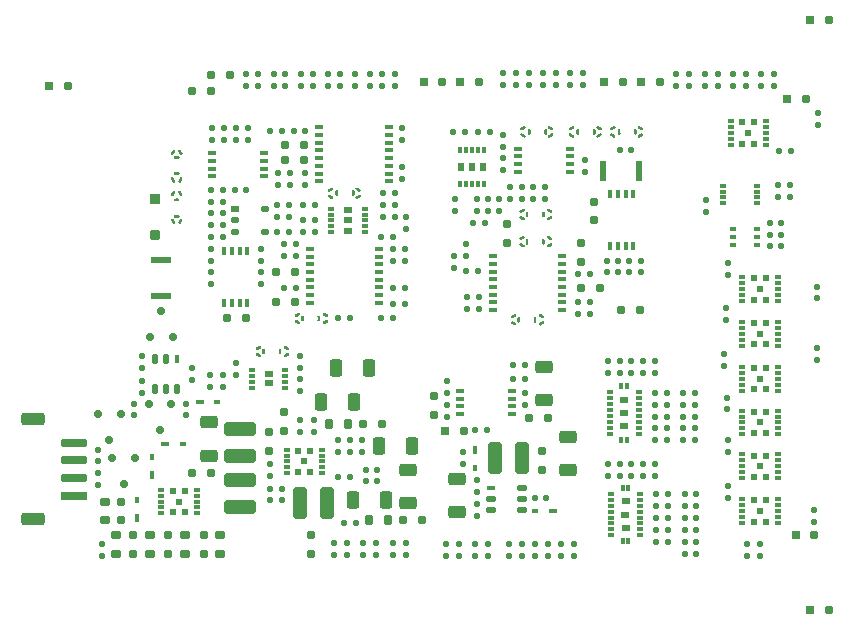
<source format=gbr>
%TF.GenerationSoftware,Altium Limited,Altium Designer,21.1.0 (24)*%
G04 Layer_Color=8421504*
%FSLAX45Y45*%
%MOMM*%
%TF.SameCoordinates,396C0E3A-29EE-4C6C-8395-06145A698007*%
%TF.FilePolarity,Positive*%
%TF.FileFunction,Paste,Top*%
%TF.Part,Single*%
G01*
G75*
%TA.AperFunction,SMDPad,CuDef*%
G04:AMPARAMS|DCode=52|XSize=0.6mm|YSize=0.7mm|CornerRadius=0.15mm|HoleSize=0mm|Usage=FLASHONLY|Rotation=0.000|XOffset=0mm|YOffset=0mm|HoleType=Round|Shape=RoundedRectangle|*
%AMROUNDEDRECTD52*
21,1,0.60000,0.40000,0,0,0.0*
21,1,0.30000,0.70000,0,0,0.0*
1,1,0.30000,0.15000,-0.20000*
1,1,0.30000,-0.15000,-0.20000*
1,1,0.30000,-0.15000,0.20000*
1,1,0.30000,0.15000,0.20000*
%
%ADD52ROUNDEDRECTD52*%
G04:AMPARAMS|DCode=53|XSize=0.5mm|YSize=0.5mm|CornerRadius=0.125mm|HoleSize=0mm|Usage=FLASHONLY|Rotation=90.000|XOffset=0mm|YOffset=0mm|HoleType=Round|Shape=RoundedRectangle|*
%AMROUNDEDRECTD53*
21,1,0.50000,0.25000,0,0,90.0*
21,1,0.25000,0.50000,0,0,90.0*
1,1,0.25000,0.12500,0.12500*
1,1,0.25000,0.12500,-0.12500*
1,1,0.25000,-0.12500,-0.12500*
1,1,0.25000,-0.12500,0.12500*
%
%ADD53ROUNDEDRECTD53*%
G04:AMPARAMS|DCode=54|XSize=0.5mm|YSize=0.5mm|CornerRadius=0.125mm|HoleSize=0mm|Usage=FLASHONLY|Rotation=180.000|XOffset=0mm|YOffset=0mm|HoleType=Round|Shape=RoundedRectangle|*
%AMROUNDEDRECTD54*
21,1,0.50000,0.25000,0,0,180.0*
21,1,0.25000,0.50000,0,0,180.0*
1,1,0.25000,-0.12500,0.12500*
1,1,0.25000,0.12500,0.12500*
1,1,0.25000,0.12500,-0.12500*
1,1,0.25000,-0.12500,-0.12500*
%
%ADD54ROUNDEDRECTD54*%
%ADD57R,2.20000X0.70000*%
G04:AMPARAMS|DCode=58|XSize=2.2mm|YSize=0.7mm|CornerRadius=0.175mm|HoleSize=0mm|Usage=FLASHONLY|Rotation=180.000|XOffset=0mm|YOffset=0mm|HoleType=Round|Shape=RoundedRectangle|*
%AMROUNDEDRECTD58*
21,1,2.20000,0.35000,0,0,180.0*
21,1,1.85000,0.70000,0,0,180.0*
1,1,0.35000,-0.92500,0.17500*
1,1,0.35000,0.92500,0.17500*
1,1,0.35000,0.92500,-0.17500*
1,1,0.35000,-0.92500,-0.17500*
%
%ADD58ROUNDEDRECTD58*%
G04:AMPARAMS|DCode=59|XSize=2mm|YSize=1.1mm|CornerRadius=0.275mm|HoleSize=0mm|Usage=FLASHONLY|Rotation=180.000|XOffset=0mm|YOffset=0mm|HoleType=Round|Shape=RoundedRectangle|*
%AMROUNDEDRECTD59*
21,1,2.00000,0.55000,0,0,180.0*
21,1,1.45000,1.10000,0,0,180.0*
1,1,0.55000,-0.72500,0.27500*
1,1,0.55000,0.72500,0.27500*
1,1,0.55000,0.72500,-0.27500*
1,1,0.55000,-0.72500,-0.27500*
%
%ADD59ROUNDEDRECTD59*%
%ADD63R,0.70000X0.50000*%
%TA.AperFunction,NonConductor*%
%ADD98C,0.25000*%
%ADD128R,1.70000X0.55000*%
%ADD129R,0.55000X1.70000*%
%ADD130R,0.65000X0.40000*%
%ADD131R,0.50000X0.30000*%
%ADD132R,0.80000X0.60000*%
%ADD133R,0.70000X0.60000*%
%ADD134R,0.70000X0.60000*%
%ADD135R,0.55000X0.30000*%
%ADD136R,0.55000X0.30000*%
%ADD137R,0.40000X0.65000*%
%ADD138R,0.60000X0.60000*%
%ADD139R,0.55000X0.30000*%
%ADD140R,0.50000X0.40000*%
%ADD141R,0.30000X0.50000*%
%ADD142R,0.60000X0.70000*%
%ADD143R,0.60000X0.70000*%
%ADD144R,0.30000X0.55000*%
%TA.AperFunction,SMDPad,CuDef*%
G04:AMPARAMS|DCode=145|XSize=0.45mm|YSize=0.8mm|CornerRadius=0.0875mm|HoleSize=0mm|Usage=FLASHONLY|Rotation=90.000|XOffset=0mm|YOffset=0mm|HoleType=Round|Shape=RoundedRectangle|*
%AMROUNDEDRECTD145*
21,1,0.45000,0.62500,0,0,90.0*
21,1,0.27500,0.80000,0,0,90.0*
1,1,0.17500,0.31250,0.13750*
1,1,0.17500,0.31250,-0.13750*
1,1,0.17500,-0.31250,-0.13750*
1,1,0.17500,-0.31250,0.13750*
%
%ADD145ROUNDEDRECTD145*%
%ADD146R,0.80000X0.45000*%
G04:AMPARAMS|DCode=147|XSize=0.45mm|YSize=0.8mm|CornerRadius=0.0875mm|HoleSize=0mm|Usage=FLASHONLY|Rotation=0.000|XOffset=0mm|YOffset=0mm|HoleType=Round|Shape=RoundedRectangle|*
%AMROUNDEDRECTD147*
21,1,0.45000,0.62500,0,0,0.0*
21,1,0.27500,0.80000,0,0,0.0*
1,1,0.17500,0.13750,-0.31250*
1,1,0.17500,-0.13750,-0.31250*
1,1,0.17500,-0.13750,0.31250*
1,1,0.17500,0.13750,0.31250*
%
%ADD147ROUNDEDRECTD147*%
%ADD148R,0.45000X0.80000*%
G04:AMPARAMS|DCode=149|XSize=0.5mm|YSize=0.7mm|CornerRadius=0.1mm|HoleSize=0mm|Usage=FLASHONLY|Rotation=90.000|XOffset=0mm|YOffset=0mm|HoleType=Round|Shape=RoundedRectangle|*
%AMROUNDEDRECTD149*
21,1,0.50000,0.50000,0,0,90.0*
21,1,0.30000,0.70000,0,0,90.0*
1,1,0.20000,0.25000,0.15000*
1,1,0.20000,0.25000,-0.15000*
1,1,0.20000,-0.25000,-0.15000*
1,1,0.20000,-0.25000,0.15000*
%
%ADD149ROUNDEDRECTD149*%
G04:AMPARAMS|DCode=150|XSize=0.7mm|YSize=0.6mm|CornerRadius=0.1mm|HoleSize=0mm|Usage=FLASHONLY|Rotation=270.000|XOffset=0mm|YOffset=0mm|HoleType=Round|Shape=RoundedRectangle|*
%AMROUNDEDRECTD150*
21,1,0.70000,0.40000,0,0,270.0*
21,1,0.50000,0.60000,0,0,270.0*
1,1,0.20000,-0.20000,-0.25000*
1,1,0.20000,-0.20000,0.25000*
1,1,0.20000,0.20000,0.25000*
1,1,0.20000,0.20000,-0.25000*
%
%ADD150ROUNDEDRECTD150*%
G04:AMPARAMS|DCode=151|XSize=0.7mm|YSize=0.6mm|CornerRadius=0.1mm|HoleSize=0mm|Usage=FLASHONLY|Rotation=0.000|XOffset=0mm|YOffset=0mm|HoleType=Round|Shape=RoundedRectangle|*
%AMROUNDEDRECTD151*
21,1,0.70000,0.40000,0,0,0.0*
21,1,0.50000,0.60000,0,0,0.0*
1,1,0.20000,0.25000,-0.20000*
1,1,0.20000,-0.25000,-0.20000*
1,1,0.20000,-0.25000,0.20000*
1,1,0.20000,0.25000,0.20000*
%
%ADD151ROUNDEDRECTD151*%
G04:AMPARAMS|DCode=152|XSize=0.8mm|YSize=0.7mm|CornerRadius=0.15mm|HoleSize=0mm|Usage=FLASHONLY|Rotation=90.000|XOffset=0mm|YOffset=0mm|HoleType=Round|Shape=RoundedRectangle|*
%AMROUNDEDRECTD152*
21,1,0.80000,0.40000,0,0,90.0*
21,1,0.50000,0.70000,0,0,90.0*
1,1,0.30000,0.20000,0.25000*
1,1,0.30000,0.20000,-0.25000*
1,1,0.30000,-0.20000,-0.25000*
1,1,0.30000,-0.20000,0.25000*
%
%ADD152ROUNDEDRECTD152*%
G04:AMPARAMS|DCode=153|XSize=2.7mm|YSize=1.2mm|CornerRadius=0.275mm|HoleSize=0mm|Usage=FLASHONLY|Rotation=90.000|XOffset=0mm|YOffset=0mm|HoleType=Round|Shape=RoundedRectangle|*
%AMROUNDEDRECTD153*
21,1,2.70000,0.65000,0,0,90.0*
21,1,2.15000,1.20000,0,0,90.0*
1,1,0.55000,0.32500,1.07500*
1,1,0.55000,0.32500,-1.07500*
1,1,0.55000,-0.32500,-1.07500*
1,1,0.55000,-0.32500,1.07500*
%
%ADD153ROUNDEDRECTD153*%
G04:AMPARAMS|DCode=154|XSize=2.7mm|YSize=1.2mm|CornerRadius=0.275mm|HoleSize=0mm|Usage=FLASHONLY|Rotation=0.000|XOffset=0mm|YOffset=0mm|HoleType=Round|Shape=RoundedRectangle|*
%AMROUNDEDRECTD154*
21,1,2.70000,0.65000,0,0,0.0*
21,1,2.15000,1.20000,0,0,0.0*
1,1,0.55000,1.07500,-0.32500*
1,1,0.55000,-1.07500,-0.32500*
1,1,0.55000,-1.07500,0.32500*
1,1,0.55000,1.07500,0.32500*
%
%ADD154ROUNDEDRECTD154*%
G04:AMPARAMS|DCode=155|XSize=0.8mm|YSize=0.7mm|CornerRadius=0.15mm|HoleSize=0mm|Usage=FLASHONLY|Rotation=180.000|XOffset=0mm|YOffset=0mm|HoleType=Round|Shape=RoundedRectangle|*
%AMROUNDEDRECTD155*
21,1,0.80000,0.40000,0,0,180.0*
21,1,0.50000,0.70000,0,0,180.0*
1,1,0.30000,-0.25000,0.20000*
1,1,0.30000,0.25000,0.20000*
1,1,0.30000,0.25000,-0.20000*
1,1,0.30000,-0.25000,-0.20000*
%
%ADD155ROUNDEDRECTD155*%
G04:AMPARAMS|DCode=156|XSize=0.4mm|YSize=0.6mm|CornerRadius=0.075mm|HoleSize=0mm|Usage=FLASHONLY|Rotation=270.000|XOffset=0mm|YOffset=0mm|HoleType=Round|Shape=RoundedRectangle|*
%AMROUNDEDRECTD156*
21,1,0.40000,0.45000,0,0,270.0*
21,1,0.25000,0.60000,0,0,270.0*
1,1,0.15000,-0.22500,-0.12500*
1,1,0.15000,-0.22500,0.12500*
1,1,0.15000,0.22500,0.12500*
1,1,0.15000,0.22500,-0.12500*
%
%ADD156ROUNDEDRECTD156*%
%ADD157R,0.60000X0.40000*%
G04:AMPARAMS|DCode=158|XSize=0.4mm|YSize=0.6mm|CornerRadius=0.075mm|HoleSize=0mm|Usage=FLASHONLY|Rotation=0.000|XOffset=0mm|YOffset=0mm|HoleType=Round|Shape=RoundedRectangle|*
%AMROUNDEDRECTD158*
21,1,0.40000,0.45000,0,0,0.0*
21,1,0.25000,0.60000,0,0,0.0*
1,1,0.15000,0.12500,-0.22500*
1,1,0.15000,-0.12500,-0.22500*
1,1,0.15000,-0.12500,0.22500*
1,1,0.15000,0.12500,0.22500*
%
%ADD158ROUNDEDRECTD158*%
%ADD159R,0.40000X0.60000*%
%ADD160R,0.70000X0.70000*%
G04:AMPARAMS|DCode=161|XSize=0.7mm|YSize=0.7mm|CornerRadius=0.15mm|HoleSize=0mm|Usage=FLASHONLY|Rotation=90.000|XOffset=0mm|YOffset=0mm|HoleType=Round|Shape=RoundedRectangle|*
%AMROUNDEDRECTD161*
21,1,0.70000,0.40000,0,0,90.0*
21,1,0.40000,0.70000,0,0,90.0*
1,1,0.30000,0.20000,0.20000*
1,1,0.30000,0.20000,-0.20000*
1,1,0.30000,-0.20000,-0.20000*
1,1,0.30000,-0.20000,0.20000*
%
%ADD161ROUNDEDRECTD161*%
%ADD162R,0.90000X0.90000*%
G04:AMPARAMS|DCode=163|XSize=0.9mm|YSize=0.9mm|CornerRadius=0.175mm|HoleSize=0mm|Usage=FLASHONLY|Rotation=0.000|XOffset=0mm|YOffset=0mm|HoleType=Round|Shape=RoundedRectangle|*
%AMROUNDEDRECTD163*
21,1,0.90000,0.55000,0,0,0.0*
21,1,0.55000,0.90000,0,0,0.0*
1,1,0.35000,0.27500,-0.27500*
1,1,0.35000,-0.27500,-0.27500*
1,1,0.35000,-0.27500,0.27500*
1,1,0.35000,0.27500,0.27500*
%
%ADD163ROUNDEDRECTD163*%
G04:AMPARAMS|DCode=164|XSize=1.45mm|YSize=1.05mm|CornerRadius=0.2125mm|HoleSize=0mm|Usage=FLASHONLY|Rotation=0.000|XOffset=0mm|YOffset=0mm|HoleType=Round|Shape=RoundedRectangle|*
%AMROUNDEDRECTD164*
21,1,1.45000,0.62500,0,0,0.0*
21,1,1.02500,1.05000,0,0,0.0*
1,1,0.42500,0.51250,-0.31250*
1,1,0.42500,-0.51250,-0.31250*
1,1,0.42500,-0.51250,0.31250*
1,1,0.42500,0.51250,0.31250*
%
%ADD164ROUNDEDRECTD164*%
G04:AMPARAMS|DCode=165|XSize=0.7mm|YSize=0.7mm|CornerRadius=0.15mm|HoleSize=0mm|Usage=FLASHONLY|Rotation=0.000|XOffset=0mm|YOffset=0mm|HoleType=Round|Shape=RoundedRectangle|*
%AMROUNDEDRECTD165*
21,1,0.70000,0.40000,0,0,0.0*
21,1,0.40000,0.70000,0,0,0.0*
1,1,0.30000,0.20000,-0.20000*
1,1,0.30000,-0.20000,-0.20000*
1,1,0.30000,-0.20000,0.20000*
1,1,0.30000,0.20000,0.20000*
%
%ADD165ROUNDEDRECTD165*%
G04:AMPARAMS|DCode=166|XSize=1.45mm|YSize=1.05mm|CornerRadius=0.2125mm|HoleSize=0mm|Usage=FLASHONLY|Rotation=270.000|XOffset=0mm|YOffset=0mm|HoleType=Round|Shape=RoundedRectangle|*
%AMROUNDEDRECTD166*
21,1,1.45000,0.62500,0,0,270.0*
21,1,1.02500,1.05000,0,0,270.0*
1,1,0.42500,-0.31250,-0.51250*
1,1,0.42500,-0.31250,0.51250*
1,1,0.42500,0.31250,0.51250*
1,1,0.42500,0.31250,-0.51250*
%
%ADD166ROUNDEDRECTD166*%
D52*
X2040000Y1300000D02*
D03*
X1945000Y1520000D02*
D03*
X2135000D02*
D03*
X2350000Y1760000D02*
D03*
X2255000Y1980000D02*
D03*
X2445000D02*
D03*
X1920000Y1670000D02*
D03*
X1825000Y1890000D02*
D03*
X2015000D02*
D03*
X2360000Y2760000D02*
D03*
X2455000Y2540000D02*
D03*
X2265000D02*
D03*
D53*
X5020000Y1760000D02*
D03*
X5120000D02*
D03*
X6780000Y1670000D02*
D03*
X6880000D02*
D03*
X6540000D02*
D03*
X6640000D02*
D03*
X5040000Y4280000D02*
D03*
X5140000D02*
D03*
X3960000Y1670000D02*
D03*
X3860000D02*
D03*
X3860000Y1570000D02*
D03*
X3960000D02*
D03*
X7580000Y3730000D02*
D03*
X7680000D02*
D03*
X6790000Y1210000D02*
D03*
X6890000D02*
D03*
X6550000D02*
D03*
X6650000D02*
D03*
X6790000Y810000D02*
D03*
X6890000D02*
D03*
X6550000D02*
D03*
X6650000D02*
D03*
X6790000Y910000D02*
D03*
X6890000D02*
D03*
X6550000D02*
D03*
X6650000D02*
D03*
X6790000Y1010000D02*
D03*
X6890000D02*
D03*
X6550000D02*
D03*
X6650000D02*
D03*
X6790000Y1110000D02*
D03*
X6890000D02*
D03*
X6550000D02*
D03*
X6650000D02*
D03*
X6780000Y1770000D02*
D03*
X6880000D02*
D03*
X6540000D02*
D03*
X6640000D02*
D03*
X6780000Y1870000D02*
D03*
X6880000D02*
D03*
X6540000D02*
D03*
X6640000D02*
D03*
X6780000Y1970000D02*
D03*
X6880000D02*
D03*
X6540000D02*
D03*
X6640000D02*
D03*
X6780000Y2070000D02*
D03*
X6880000D02*
D03*
X6540000D02*
D03*
X6640000D02*
D03*
X5440000Y2310000D02*
D03*
X5340000D02*
D03*
X3660000Y3660000D02*
D03*
X3560000D02*
D03*
X3090000Y4310000D02*
D03*
X2990000D02*
D03*
X3660000Y3430000D02*
D03*
X3560000D02*
D03*
X4220000Y3390000D02*
D03*
X4320000D02*
D03*
X3660000Y3530000D02*
D03*
X3560000D02*
D03*
X4320000Y2960000D02*
D03*
X4420000D02*
D03*
X4940000Y3100000D02*
D03*
X5040000D02*
D03*
X3960000Y2700000D02*
D03*
X3860000D02*
D03*
X2880000Y3690000D02*
D03*
X2780000D02*
D03*
X2880000Y3590000D02*
D03*
X2780000D02*
D03*
X2880000Y3390000D02*
D03*
X2780000D02*
D03*
X4220000Y2700000D02*
D03*
X4320000D02*
D03*
X7610000Y3410000D02*
D03*
X7510000D02*
D03*
X7610000Y3510000D02*
D03*
X7510000D02*
D03*
X6340000Y4130000D02*
D03*
X6240000D02*
D03*
X4930000Y4280000D02*
D03*
X4830000D02*
D03*
X5520000Y1180000D02*
D03*
X5620000D02*
D03*
X3380000Y4290000D02*
D03*
X3280000D02*
D03*
X3580000D02*
D03*
X3480000D02*
D03*
X2980000Y3790000D02*
D03*
X3080000D02*
D03*
X2880000D02*
D03*
X2780000D02*
D03*
X2990000Y4210000D02*
D03*
X3090000D02*
D03*
X6420000Y3090000D02*
D03*
X6320000D02*
D03*
X6420000Y3190000D02*
D03*
X6320000D02*
D03*
X3340000Y3560000D02*
D03*
X3440000D02*
D03*
X3340000Y3660000D02*
D03*
X3440000D02*
D03*
X4240000Y3560000D02*
D03*
X4340000D02*
D03*
X4240000Y3760000D02*
D03*
X4340000D02*
D03*
X4240000Y3660000D02*
D03*
X4340000D02*
D03*
X3340000Y3430000D02*
D03*
X3440000D02*
D03*
X6140000Y1470000D02*
D03*
X6240000D02*
D03*
X6140000Y2340000D02*
D03*
X6239999D02*
D03*
X3500000Y3330000D02*
D03*
X3400000D02*
D03*
X3500000Y3230000D02*
D03*
X3400000D02*
D03*
X4320000Y3190000D02*
D03*
X4420000D02*
D03*
X4320000Y3290000D02*
D03*
X4420000D02*
D03*
X3500000Y2960000D02*
D03*
X3400000D02*
D03*
X2780000Y3490000D02*
D03*
X2880000D02*
D03*
X6130000Y3090000D02*
D03*
X6230000D02*
D03*
X6130000Y3190000D02*
D03*
X6230000D02*
D03*
X7580000Y3830000D02*
D03*
X7680000D02*
D03*
X4010000Y970000D02*
D03*
X3910000D02*
D03*
X3960000Y1360000D02*
D03*
X3860000D02*
D03*
X3280000Y1160000D02*
D03*
X3380000D02*
D03*
Y1260000D02*
D03*
X3280000D02*
D03*
X5340000Y2190000D02*
D03*
X5440000D02*
D03*
X4320000Y2820000D02*
D03*
X4420000D02*
D03*
X7590000Y4120000D02*
D03*
X7690000D02*
D03*
X6890000Y710000D02*
D03*
X6790000D02*
D03*
X7510000Y3310000D02*
D03*
X7610000D02*
D03*
X6140000Y2240000D02*
D03*
X6239999D02*
D03*
X6140000Y1370000D02*
D03*
X6240000D02*
D03*
X5890000Y2740000D02*
D03*
X5990000D02*
D03*
X5890000Y2840000D02*
D03*
X5990000D02*
D03*
X5890000Y3080000D02*
D03*
X5990000D02*
D03*
X5000000Y3510000D02*
D03*
X5100000D02*
D03*
D54*
X7430000Y690000D02*
D03*
Y790000D02*
D03*
X7320000Y690000D02*
D03*
Y790000D02*
D03*
X5520000Y690000D02*
D03*
Y790000D02*
D03*
X5410000Y690000D02*
D03*
Y790000D02*
D03*
X5300000Y690000D02*
D03*
Y790000D02*
D03*
X5020000Y690000D02*
D03*
Y790000D02*
D03*
X5360000Y4780000D02*
D03*
Y4680000D02*
D03*
X4880000Y690000D02*
D03*
Y790000D02*
D03*
X4070000Y700000D02*
D03*
Y800000D02*
D03*
X3930000Y800000D02*
D03*
Y700000D02*
D03*
X4000000Y4770000D02*
D03*
Y4670000D02*
D03*
X4130000Y4670000D02*
D03*
Y4770000D02*
D03*
X3640000Y4770000D02*
D03*
Y4670000D02*
D03*
X3770000Y4670000D02*
D03*
Y4770000D02*
D03*
X7440000Y4770000D02*
D03*
Y4670000D02*
D03*
X7550000Y4670000D02*
D03*
Y4770000D02*
D03*
X7200000Y4770000D02*
D03*
Y4670000D02*
D03*
X7310000Y4670000D02*
D03*
Y4770000D02*
D03*
X6960000Y4770000D02*
D03*
Y4670000D02*
D03*
X7070000Y4670000D02*
D03*
Y4770000D02*
D03*
X6720000Y4770000D02*
D03*
Y4670000D02*
D03*
X6830000Y4670000D02*
D03*
Y4770000D02*
D03*
X5470000Y4680000D02*
D03*
Y4780000D02*
D03*
X5700000Y4780000D02*
D03*
Y4680000D02*
D03*
X5250000Y4680000D02*
D03*
Y4780000D02*
D03*
X5740000Y790000D02*
D03*
Y690000D02*
D03*
X5630000D02*
D03*
Y790000D02*
D03*
X4060000Y1570000D02*
D03*
Y1670000D02*
D03*
X5250000Y4250000D02*
D03*
Y4150000D02*
D03*
X4090000Y1419999D02*
D03*
Y1319999D02*
D03*
X6970000Y3700000D02*
D03*
Y3600000D02*
D03*
X5590000Y4680000D02*
D03*
Y4780000D02*
D03*
X4180000Y800000D02*
D03*
Y700000D02*
D03*
X3820000Y800000D02*
D03*
Y700000D02*
D03*
X5130000Y790000D02*
D03*
Y690000D02*
D03*
X4770000Y790000D02*
D03*
Y690000D02*
D03*
X3870000Y4670000D02*
D03*
Y4770000D02*
D03*
X3540000Y4670000D02*
D03*
Y4770000D02*
D03*
X4230000Y4670000D02*
D03*
Y4770000D02*
D03*
X1860000Y690000D02*
D03*
Y790000D02*
D03*
X2130000Y1980000D02*
D03*
Y1880000D02*
D03*
X1820000Y1490000D02*
D03*
Y1590000D02*
D03*
Y1290000D02*
D03*
Y1390000D02*
D03*
X3410000Y4770000D02*
D03*
Y4670000D02*
D03*
X2200000Y2070000D02*
D03*
Y2170000D02*
D03*
X5030000Y1230000D02*
D03*
Y1330000D02*
D03*
X2200000Y2380000D02*
D03*
Y2280000D02*
D03*
X5030000Y1030000D02*
D03*
Y1130000D02*
D03*
X2570000Y1880000D02*
D03*
Y1980000D02*
D03*
X5850000Y690000D02*
D03*
Y790000D02*
D03*
X4400000Y3980000D02*
D03*
Y3880000D02*
D03*
X2890000Y4210000D02*
D03*
Y4310000D02*
D03*
X3450000Y3930000D02*
D03*
Y3830000D02*
D03*
X5930000Y4680000D02*
D03*
Y4780000D02*
D03*
X3180000Y4670000D02*
D03*
Y4770000D02*
D03*
X5820000Y4680000D02*
D03*
Y4780000D02*
D03*
X3080000Y4670000D02*
D03*
Y4770000D02*
D03*
X2769998Y2119998D02*
D03*
Y2219998D02*
D03*
X3530000Y2190000D02*
D03*
Y2090000D02*
D03*
X4320000Y700000D02*
D03*
Y800000D02*
D03*
X4430000Y700000D02*
D03*
Y800000D02*
D03*
X3310000Y4670000D02*
D03*
Y4770000D02*
D03*
X2879999Y2120000D02*
D03*
Y2220000D02*
D03*
X2990003Y2319998D02*
D03*
Y2219998D02*
D03*
X4850000Y3710000D02*
D03*
Y3610000D02*
D03*
X6440000Y1470000D02*
D03*
Y1370000D02*
D03*
Y2340000D02*
D03*
Y2240000D02*
D03*
X4840000Y3130000D02*
D03*
Y3230000D02*
D03*
X5510000Y3810000D02*
D03*
Y3710000D02*
D03*
X5610000Y3710000D02*
D03*
Y3810000D02*
D03*
X2620000Y2280000D02*
D03*
Y2180000D02*
D03*
X4910000Y1470000D02*
D03*
Y1570000D02*
D03*
X4780000Y2070000D02*
D03*
Y2170000D02*
D03*
X5440000Y1970001D02*
D03*
Y2070000D02*
D03*
X4780000Y1870000D02*
D03*
Y1970000D02*
D03*
X2780000Y3090000D02*
D03*
Y2990000D02*
D03*
Y3190000D02*
D03*
Y3290000D02*
D03*
X4340000Y4770000D02*
D03*
Y4670000D02*
D03*
X4400000Y4310000D02*
D03*
Y4210000D02*
D03*
X3580000Y3930000D02*
D03*
Y3830000D02*
D03*
X2790000Y4210000D02*
D03*
Y4310000D02*
D03*
X3350000Y3830000D02*
D03*
Y3930000D02*
D03*
X3530000Y2280000D02*
D03*
Y2380000D02*
D03*
X7890000Y1080000D02*
D03*
Y980000D02*
D03*
X4430000Y3460000D02*
D03*
Y3560000D02*
D03*
X7910000Y2450000D02*
D03*
Y2350000D02*
D03*
X7920000Y4440000D02*
D03*
Y4340000D02*
D03*
X3200000Y3090000D02*
D03*
Y2990000D02*
D03*
Y3190000D02*
D03*
Y3290000D02*
D03*
X6540000Y1470000D02*
D03*
Y1370000D02*
D03*
X6540000Y2340000D02*
D03*
Y2240000D02*
D03*
X7910000Y2870000D02*
D03*
Y2970000D02*
D03*
X3650000Y1840000D02*
D03*
Y1740000D02*
D03*
X3530000Y1840000D02*
D03*
Y1740000D02*
D03*
X3280000Y1470000D02*
D03*
Y1370000D02*
D03*
X4190000Y1320000D02*
D03*
Y1419999D02*
D03*
X4940000Y3230000D02*
D03*
Y3330000D02*
D03*
X7160000Y1570000D02*
D03*
Y1670000D02*
D03*
Y1180000D02*
D03*
Y1280000D02*
D03*
X7120000Y2300000D02*
D03*
Y2400000D02*
D03*
X7150000Y1930000D02*
D03*
Y2030000D02*
D03*
X7140000Y2690000D02*
D03*
Y2790000D02*
D03*
X7160000Y3070000D02*
D03*
Y3170000D02*
D03*
X6340000Y1370000D02*
D03*
Y1470000D02*
D03*
X6340000Y2240000D02*
D03*
Y2340000D02*
D03*
X4950000Y2780000D02*
D03*
Y2880000D02*
D03*
X5050000Y2780000D02*
D03*
Y2880000D02*
D03*
X5950000Y4040000D02*
D03*
Y3940000D02*
D03*
X5310000Y3810000D02*
D03*
Y3710000D02*
D03*
X5410000Y3810000D02*
D03*
Y3710000D02*
D03*
X5220000Y3710000D02*
D03*
Y3610000D02*
D03*
X5130000D02*
D03*
Y3710000D02*
D03*
X5030000Y3710000D02*
D03*
Y3610000D02*
D03*
X5250000Y4060000D02*
D03*
Y3960000D02*
D03*
D57*
X1620000Y1200000D02*
D03*
D58*
Y1350000D02*
D03*
Y1500000D02*
D03*
Y1650000D02*
D03*
D59*
X1270000Y1845000D02*
D03*
Y1005000D02*
D03*
D63*
X2982500Y3625000D02*
D03*
D98*
X5524292Y2702997D02*
G03*
X5524292Y2677003I35708J-12997D01*
G01*
X5589110Y2714426D02*
G03*
X5566599Y2727423I-29110J-24426D01*
G01*
Y2652577D02*
G03*
X5589110Y2665574I-6599J37423D01*
G01*
X5385708Y2677011D02*
G03*
X5385708Y2703005I-35708J12997D01*
G01*
X5332890Y2665640D02*
G03*
X5355401Y2652644I29110J24426D01*
G01*
Y2727423D02*
G03*
X5332890Y2714426I6599J-37423D01*
G01*
X3364292Y2432997D02*
G03*
X3364292Y2407003I35708J-12997D01*
G01*
X3429110Y2444426D02*
G03*
X3406599Y2457423I-29110J-24426D01*
G01*
Y2382577D02*
G03*
X3429110Y2395574I-6599J37423D01*
G01*
X3225708Y2407011D02*
G03*
X3225708Y2433005I-35708J12997D01*
G01*
X3172890Y2395640D02*
G03*
X3195401Y2382644I29110J24426D01*
G01*
Y2457423D02*
G03*
X3172890Y2444426I6599J-37423D01*
G01*
X3845708Y3747003D02*
G03*
X3845708Y3772997I-35708J12997D01*
G01*
X3780890Y3735574D02*
G03*
X3803401Y3722577I29110J24426D01*
G01*
Y3797422D02*
G03*
X3780890Y3784426I6599J-37423D01*
G01*
X3984292Y3772988D02*
G03*
X3984292Y3746995I35708J-12997D01*
G01*
X4037110Y3784359D02*
G03*
X4014599Y3797356I-29110J-24426D01*
G01*
Y3722577D02*
G03*
X4037110Y3735574I-6599J37423D01*
G01*
X2502997Y3925708D02*
G03*
X2477003Y3925708I-12997J-35708D01*
G01*
X2514426Y3860890D02*
G03*
X2527423Y3883401I-24426J29110D01*
G01*
X2452578D02*
G03*
X2465574Y3860890I37423J6599D01*
G01*
X2477012Y4064292D02*
G03*
X2503005Y4064292I12997J35708D01*
G01*
X2465640Y4117110D02*
G03*
X2452644Y4094599I24426J-29110D01*
G01*
X2527423D02*
G03*
X2514426Y4117110I-37423J-6599D01*
G01*
X2477003Y3704292D02*
G03*
X2502997Y3704292I12997J35708D01*
G01*
X2465574Y3769110D02*
G03*
X2452578Y3746599I24426J-29110D01*
G01*
X2527423D02*
G03*
X2514426Y3769110I-37423J-6599D01*
G01*
X2502989Y3565708D02*
G03*
X2476995Y3565708I-12997J-35708D01*
G01*
X2514360Y3512890D02*
G03*
X2527356Y3535401I-24426J29110D01*
G01*
X2452578D02*
G03*
X2465574Y3512890I37423J6599D01*
G01*
X3694292Y2712997D02*
G03*
X3694292Y2687003I35708J-12997D01*
G01*
X3759110Y2724426D02*
G03*
X3736599Y2737423I-29110J-24426D01*
G01*
Y2662577D02*
G03*
X3759110Y2675574I-6599J37423D01*
G01*
X3555708Y2687011D02*
G03*
X3555708Y2713005I-35708J12997D01*
G01*
X3502890Y2675640D02*
G03*
X3525401Y2662644I29110J24426D01*
G01*
Y2737423D02*
G03*
X3502890Y2724426I6599J-37423D01*
G01*
X5594292Y3362997D02*
G03*
X5594292Y3337003I35708J-12997D01*
G01*
X5659110Y3374426D02*
G03*
X5636599Y3387422I-29110J-24426D01*
G01*
Y3312577D02*
G03*
X5659110Y3325574I-6599J37423D01*
G01*
X5455708Y3337011D02*
G03*
X5455708Y3363005I-35708J12997D01*
G01*
X5402890Y3325640D02*
G03*
X5425401Y3312644I29110J24426D01*
G01*
Y3387422D02*
G03*
X5402890Y3374426I6599J-37423D01*
G01*
X6235708Y4267003D02*
G03*
X6235708Y4292997I-35708J12997D01*
G01*
X6170890Y4255574D02*
G03*
X6193401Y4242577I29110J24426D01*
G01*
Y4317423D02*
G03*
X6170890Y4304426I6599J-37423D01*
G01*
X6374292Y4292989D02*
G03*
X6374292Y4266995I35708J-12997D01*
G01*
X6427110Y4304360D02*
G03*
X6404599Y4317356I-29110J-24426D01*
G01*
Y4242577D02*
G03*
X6427110Y4255574I-6599J37423D01*
G01*
X5885708Y4267003D02*
G03*
X5885708Y4292997I-35708J12997D01*
G01*
X5820890Y4255574D02*
G03*
X5843401Y4242577I29110J24426D01*
G01*
Y4317423D02*
G03*
X5820890Y4304426I6599J-37423D01*
G01*
X6024292Y4292989D02*
G03*
X6024292Y4266995I35708J-12997D01*
G01*
X6077110Y4304360D02*
G03*
X6054599Y4317356I-29110J-24426D01*
G01*
Y4242577D02*
G03*
X6077110Y4255574I-6599J37423D01*
G01*
X5594292Y3592997D02*
G03*
X5594292Y3567003I35708J-12997D01*
G01*
X5659110Y3604426D02*
G03*
X5636599Y3617423I-29110J-24426D01*
G01*
Y3542577D02*
G03*
X5659110Y3555574I-6599J37423D01*
G01*
X5455708Y3567011D02*
G03*
X5455708Y3593005I-35708J12997D01*
G01*
X5402890Y3555640D02*
G03*
X5425401Y3542644I29110J24426D01*
G01*
Y3617423D02*
G03*
X5402890Y3604426I6599J-37423D01*
G01*
X5475708Y4267003D02*
G03*
X5475708Y4292997I-35708J12997D01*
G01*
X5410890Y4255574D02*
G03*
X5433401Y4242577I29110J24426D01*
G01*
Y4317423D02*
G03*
X5410890Y4304426I6599J-37423D01*
G01*
X5614292Y4292989D02*
G03*
X5614292Y4266995I35708J-12997D01*
G01*
X5667110Y4304360D02*
G03*
X5644599Y4317356I-29110J-24426D01*
G01*
Y4242577D02*
G03*
X5667110Y4255574I-6599J37423D01*
G01*
D128*
X2360001Y2887501D02*
D03*
X2360000Y3192499D02*
D03*
D129*
X6402500Y3950000D02*
D03*
X6097500Y3949999D02*
D03*
D130*
X5330000Y2087500D02*
D03*
Y2022500D02*
D03*
Y1957500D02*
D03*
Y1892500D02*
D03*
X4890000D02*
D03*
Y1957500D02*
D03*
Y2022500D02*
D03*
Y2087509D02*
D03*
X4285000Y3862500D02*
D03*
Y3927500D02*
D03*
Y3992500D02*
D03*
Y4057500D02*
D03*
Y4122500D02*
D03*
Y4187500D02*
D03*
Y4252500D02*
D03*
Y4317500D02*
D03*
X3695000Y4317492D02*
D03*
Y4252491D02*
D03*
Y4187491D02*
D03*
Y4122492D02*
D03*
Y4057492D02*
D03*
Y3992491D02*
D03*
Y3927491D02*
D03*
Y3862492D02*
D03*
X2790003Y3902500D02*
D03*
Y3967503D02*
D03*
Y4032496D02*
D03*
Y4097500D02*
D03*
X3229996D02*
D03*
Y4032496D02*
D03*
Y3967503D02*
D03*
Y3902491D02*
D03*
X4205000Y2832500D02*
D03*
Y2897500D02*
D03*
Y2962500D02*
D03*
Y3027500D02*
D03*
Y3092500D02*
D03*
Y3157500D02*
D03*
Y3222500D02*
D03*
Y3287500D02*
D03*
X3615000Y3287492D02*
D03*
Y3222491D02*
D03*
Y3157491D02*
D03*
Y3092492D02*
D03*
Y3027492D02*
D03*
Y2962491D02*
D03*
Y2897491D02*
D03*
Y2832492D02*
D03*
X5165000Y3227496D02*
D03*
Y3162500D02*
D03*
Y3097500D02*
D03*
Y3032496D02*
D03*
Y2967503D02*
D03*
Y2902500D02*
D03*
Y2837500D02*
D03*
Y2772503D02*
D03*
X5755000Y2772508D02*
D03*
Y2837512D02*
D03*
Y2902512D02*
D03*
Y2967507D02*
D03*
Y3032508D02*
D03*
Y3097505D02*
D03*
Y3162505D02*
D03*
Y3227507D02*
D03*
X5380003Y3942500D02*
D03*
Y4007503D02*
D03*
Y4072496D02*
D03*
Y4137499D02*
D03*
X5819996D02*
D03*
Y4072496D02*
D03*
Y4007503D02*
D03*
Y3942491D02*
D03*
D131*
X3129999Y2265000D02*
D03*
Y2215000D02*
D03*
Y2165000D02*
D03*
Y2114999D02*
D03*
X3409999Y2115000D02*
D03*
Y2165000D02*
D03*
Y2215000D02*
D03*
Y2265000D02*
D03*
X2360000Y1250000D02*
D03*
Y1200000D02*
D03*
Y1150000D02*
D03*
Y1100000D02*
D03*
Y1050000D02*
D03*
X2660000D02*
D03*
Y1100000D02*
D03*
Y1150000D02*
D03*
Y1200000D02*
D03*
Y1250000D02*
D03*
X3420000Y1590000D02*
D03*
Y1540000D02*
D03*
Y1490000D02*
D03*
Y1440000D02*
D03*
Y1390000D02*
D03*
X3719999D02*
D03*
Y1440000D02*
D03*
Y1490000D02*
D03*
Y1540000D02*
D03*
Y1590000D02*
D03*
X7280000Y3050000D02*
D03*
Y3000000D02*
D03*
Y2950000D02*
D03*
Y2900000D02*
D03*
Y2850000D02*
D03*
X7580000D02*
D03*
Y2900000D02*
D03*
Y2950000D02*
D03*
Y3000000D02*
D03*
Y3050000D02*
D03*
X7280000Y1170000D02*
D03*
Y1120000D02*
D03*
Y1070000D02*
D03*
Y1020000D02*
D03*
Y970000D02*
D03*
X7580000Y970000D02*
D03*
Y1020000D02*
D03*
Y1070000D02*
D03*
Y1120000D02*
D03*
Y1170000D02*
D03*
X7280000Y1920000D02*
D03*
Y1870000D02*
D03*
Y1820000D02*
D03*
Y1770000D02*
D03*
Y1720000D02*
D03*
X7580000Y1720000D02*
D03*
Y1770000D02*
D03*
Y1820000D02*
D03*
Y1870000D02*
D03*
Y1920000D02*
D03*
X7280000Y1550000D02*
D03*
Y1500000D02*
D03*
Y1450000D02*
D03*
Y1400000D02*
D03*
Y1350000D02*
D03*
X7580000D02*
D03*
Y1400000D02*
D03*
Y1450000D02*
D03*
Y1500000D02*
D03*
Y1550000D02*
D03*
X6415000Y1015000D02*
D03*
Y965000D02*
D03*
Y915000D02*
D03*
Y865000D02*
D03*
X6165000D02*
D03*
Y915000D02*
D03*
Y965000D02*
D03*
Y1015000D02*
D03*
X6415000Y1215000D02*
D03*
Y1165000D02*
D03*
Y1115000D02*
D03*
Y1065000D02*
D03*
X6165000D02*
D03*
Y1115000D02*
D03*
Y1165000D02*
D03*
Y1215000D02*
D03*
X7280000Y2290000D02*
D03*
Y2240000D02*
D03*
Y2190000D02*
D03*
Y2140000D02*
D03*
Y2090000D02*
D03*
X7580000D02*
D03*
Y2140000D02*
D03*
Y2190000D02*
D03*
Y2240000D02*
D03*
Y2290000D02*
D03*
X7479998Y4170000D02*
D03*
Y4219999D02*
D03*
Y4269999D02*
D03*
Y4319999D02*
D03*
Y4369996D02*
D03*
X7180002Y4369999D02*
D03*
Y4319999D02*
D03*
Y4269999D02*
D03*
Y4219999D02*
D03*
Y4170003D02*
D03*
X7280000Y2670000D02*
D03*
Y2620000D02*
D03*
Y2570000D02*
D03*
Y2520000D02*
D03*
Y2470000D02*
D03*
X7580000Y2470000D02*
D03*
Y2520000D02*
D03*
Y2570000D02*
D03*
Y2620000D02*
D03*
Y2670000D02*
D03*
X6404999Y1875000D02*
D03*
Y1824999D02*
D03*
Y1774999D02*
D03*
Y1725000D02*
D03*
X6154999Y1725001D02*
D03*
Y1775001D02*
D03*
Y1825000D02*
D03*
Y1875000D02*
D03*
X6404999Y2075000D02*
D03*
Y2025000D02*
D03*
Y1975000D02*
D03*
Y1925000D02*
D03*
X6154999Y1925000D02*
D03*
Y1975000D02*
D03*
Y2025000D02*
D03*
Y2075000D02*
D03*
D132*
X3269999Y2230000D02*
D03*
Y2149999D02*
D03*
D133*
X3940000Y3440000D02*
D03*
Y3530000D02*
D03*
X6290256Y1153790D02*
D03*
X6290452Y926071D02*
D03*
X6280255Y2013791D02*
D03*
X6280451Y1786072D02*
D03*
D134*
X3940000Y3620000D02*
D03*
X6290000Y1040000D02*
D03*
X6279999Y1900000D02*
D03*
D135*
X4082500Y3630000D02*
D03*
Y3580000D02*
D03*
Y3430000D02*
D03*
X3797500D02*
D03*
Y3580000D02*
D03*
Y3630000D02*
D03*
D136*
X4082500Y3530000D02*
D03*
Y3480000D02*
D03*
X3797500D02*
D03*
Y3530000D02*
D03*
D137*
X2892500Y3269998D02*
D03*
X2957501Y3270000D02*
D03*
X3022499Y3269998D02*
D03*
X3087500D02*
D03*
X3087499Y2830001D02*
D03*
X3022497Y2830000D02*
D03*
X2957499Y2830002D02*
D03*
X2892491Y2830001D02*
D03*
X6357496Y3310001D02*
D03*
X6292499Y3309997D02*
D03*
X6227501Y3309995D02*
D03*
X6162496Y3310001D02*
D03*
X6162495Y3749998D02*
D03*
X6227499Y3749993D02*
D03*
X6292497Y3749995D02*
D03*
X6357504Y3749998D02*
D03*
D138*
X2460000Y1060000D02*
D03*
X2560000D02*
D03*
X2460000Y1240000D02*
D03*
X2560000D02*
D03*
X2510000Y1150000D02*
D03*
X3520000Y1400000D02*
D03*
X3620000D02*
D03*
X3520000Y1580000D02*
D03*
X3620000D02*
D03*
X3569999Y1490000D02*
D03*
X7379999Y2860000D02*
D03*
X7480000D02*
D03*
X7379999Y3040000D02*
D03*
X7480000D02*
D03*
X7430000Y2950000D02*
D03*
X7379999Y980000D02*
D03*
X7480000D02*
D03*
X7379999Y1160000D02*
D03*
X7480000D02*
D03*
X7430000Y1070000D02*
D03*
X7379999Y1730000D02*
D03*
X7480000D02*
D03*
X7379999Y1910000D02*
D03*
X7480000D02*
D03*
X7430000Y1820000D02*
D03*
X7379999Y1360000D02*
D03*
X7480000D02*
D03*
X7379999Y1540000D02*
D03*
X7480000D02*
D03*
X7430000Y1450000D02*
D03*
X7379999Y2100000D02*
D03*
X7480000D02*
D03*
X7379999Y2280000D02*
D03*
X7480000D02*
D03*
X7430000Y2190000D02*
D03*
X7379996Y4359999D02*
D03*
X7280003D02*
D03*
X7379996Y4180003D02*
D03*
X7280003D02*
D03*
X7330000Y4270000D02*
D03*
X7379999Y2480000D02*
D03*
X7480000D02*
D03*
X7379999Y2660000D02*
D03*
X7480000D02*
D03*
X7430000Y2570000D02*
D03*
D139*
X7407500Y3825000D02*
D03*
X7407500Y3775000D02*
D03*
Y3725000D02*
D03*
X7407500Y3675000D02*
D03*
X7112500D02*
D03*
Y3725000D02*
D03*
Y3775000D02*
D03*
Y3825000D02*
D03*
D140*
X7400000Y3455000D02*
D03*
Y3390000D02*
D03*
Y3325000D02*
D03*
X7200000D02*
D03*
Y3390000D02*
D03*
Y3455000D02*
D03*
D141*
X6315000Y815000D02*
D03*
X6265000D02*
D03*
Y1265000D02*
D03*
X6315000D02*
D03*
X6305000Y1675000D02*
D03*
X6255000D02*
D03*
Y2125000D02*
D03*
X6305000D02*
D03*
D142*
X4900000Y3980000D02*
D03*
X4990000D02*
D03*
D143*
X5079998Y3980004D02*
D03*
D144*
X5089999Y3837501D02*
D03*
X5039999D02*
D03*
X4990000Y3837500D02*
D03*
X4940001Y3837501D02*
D03*
X4890001D02*
D03*
X4890001Y4122498D02*
D03*
X4940001D02*
D03*
X4990000Y4122499D02*
D03*
X5039999Y4122499D02*
D03*
X5089999D02*
D03*
D145*
X5410000Y1265000D02*
D03*
Y1170000D02*
D03*
Y1075000D02*
D03*
X5150000D02*
D03*
Y1170000D02*
D03*
D146*
Y1265000D02*
D03*
D147*
X2495000Y2100000D02*
D03*
X2400000D02*
D03*
X2305000D02*
D03*
Y2360000D02*
D03*
X2400000D02*
D03*
D148*
X2495000D02*
D03*
D149*
X2982500Y3530000D02*
D03*
Y3435000D02*
D03*
X3237500D02*
D03*
Y3625000D02*
D03*
D150*
X2920000Y2700000D02*
D03*
X3080000D02*
D03*
D151*
X6020000Y3530000D02*
D03*
Y3690000D02*
D03*
D152*
X3780000Y1810000D02*
D03*
X3940000D02*
D03*
X4120000Y990000D02*
D03*
X4280000D02*
D03*
D153*
X3535000Y1140000D02*
D03*
X3765000D02*
D03*
X5415000Y1520000D02*
D03*
X5185000D02*
D03*
D154*
X3030000Y1335000D02*
D03*
Y1105000D02*
D03*
Y1535000D02*
D03*
Y1765000D02*
D03*
D155*
X1880000Y990000D02*
D03*
Y1150000D02*
D03*
X1980000Y710000D02*
D03*
Y870000D02*
D03*
X2860000Y710000D02*
D03*
Y870000D02*
D03*
X2560000D02*
D03*
Y710000D02*
D03*
X2260000D02*
D03*
Y870000D02*
D03*
D156*
X2685000Y1990000D02*
D03*
X5675000Y1070000D02*
D03*
X2395000Y1640000D02*
D03*
D157*
X2835000Y1990000D02*
D03*
X5525000Y1070000D02*
D03*
X2545000Y1640000D02*
D03*
D158*
X2150000Y1015000D02*
D03*
X2280000Y1375000D02*
D03*
X5020000Y1585000D02*
D03*
D159*
X2150000Y1165000D02*
D03*
X2280000Y1525000D02*
D03*
X5020000Y1435000D02*
D03*
D160*
X4760000Y1750000D02*
D03*
X6420000Y4700000D02*
D03*
X4890000D02*
D03*
X6110000D02*
D03*
X4580000D02*
D03*
X1410000Y4670000D02*
D03*
X7730000Y870000D02*
D03*
X7660000Y4560000D02*
D03*
X7850000Y230000D02*
D03*
Y5230000D02*
D03*
D161*
X4920000Y1750000D02*
D03*
X6580000Y4700000D02*
D03*
X5050000D02*
D03*
X6270000D02*
D03*
X4740000D02*
D03*
X1570000Y4670000D02*
D03*
X7890000Y870000D02*
D03*
X7820000Y4560000D02*
D03*
X8010000Y230000D02*
D03*
Y5230000D02*
D03*
X4070000Y1810000D02*
D03*
X4230000D02*
D03*
X6250000Y2770000D02*
D03*
X6410000D02*
D03*
X5470000Y1860000D02*
D03*
X5630000D02*
D03*
X3570000Y4170000D02*
D03*
X3410000D02*
D03*
X3570000Y4040000D02*
D03*
X3410000D02*
D03*
X3490000Y3090000D02*
D03*
X3330000D02*
D03*
X3490000Y2840000D02*
D03*
X3330000D02*
D03*
X2620000Y4630000D02*
D03*
X2780000D02*
D03*
X4410000Y990000D02*
D03*
X4570000D02*
D03*
X2780000Y1390000D02*
D03*
X2620000D02*
D03*
X2940000Y4760000D02*
D03*
X2780000D02*
D03*
X5910000Y2960000D02*
D03*
X6070000D02*
D03*
D162*
X2310000Y3710000D02*
D03*
D163*
Y3410000D02*
D03*
D164*
X5600000Y2290001D02*
D03*
Y2010001D02*
D03*
X4860000Y1060000D02*
D03*
Y1340000D02*
D03*
X5800000Y1700000D02*
D03*
Y1420000D02*
D03*
X2760000Y1820000D02*
D03*
Y1540000D02*
D03*
X4450000Y1420000D02*
D03*
Y1140000D02*
D03*
D165*
X5580000Y1420000D02*
D03*
Y1580000D02*
D03*
X4670000Y1880000D02*
D03*
Y2040000D02*
D03*
X2020000Y990000D02*
D03*
Y1150000D02*
D03*
X5290000Y3340000D02*
D03*
Y3500000D02*
D03*
X3400000Y1750000D02*
D03*
Y1910000D02*
D03*
X3270000Y1580000D02*
D03*
Y1740000D02*
D03*
X2420000Y870000D02*
D03*
Y710000D02*
D03*
X2120000Y870000D02*
D03*
Y710000D02*
D03*
X2720000Y870000D02*
D03*
Y710000D02*
D03*
X3630000D02*
D03*
Y870000D02*
D03*
X5910000Y3180000D02*
D03*
Y3340000D02*
D03*
D166*
X4120000Y2280000D02*
D03*
X3840000D02*
D03*
X4480000Y1620000D02*
D03*
X4200000D02*
D03*
X4260000Y1160000D02*
D03*
X3980000D02*
D03*
X3990000Y1990000D02*
D03*
X3710000D02*
D03*
%TF.MD5,312a8a8854ea6db012390b30351701e0*%
M02*

</source>
